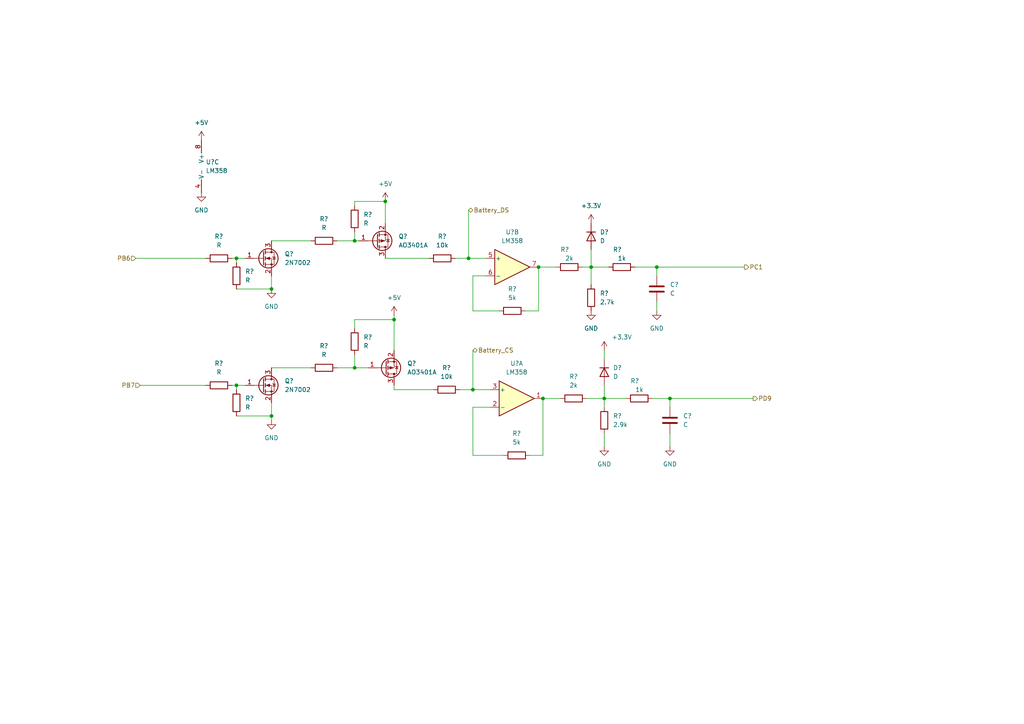
<source format=kicad_sch>
(kicad_sch (version 20211123) (generator eeschema)

  (uuid 79e470b7-da69-4959-ab8c-5b090825b622)

  (paper "A4")

  (lib_symbols
    (symbol "Amplifier_Operational:LM358" (pin_names (offset 0.127)) (in_bom yes) (on_board yes)
      (property "Reference" "U" (id 0) (at 0 5.08 0)
        (effects (font (size 1.27 1.27)) (justify left))
      )
      (property "Value" "LM358" (id 1) (at 0 -5.08 0)
        (effects (font (size 1.27 1.27)) (justify left))
      )
      (property "Footprint" "" (id 2) (at 0 0 0)
        (effects (font (size 1.27 1.27)) hide)
      )
      (property "Datasheet" "http://www.ti.com/lit/ds/symlink/lm2904-n.pdf" (id 3) (at 0 0 0)
        (effects (font (size 1.27 1.27)) hide)
      )
      (property "ki_locked" "" (id 4) (at 0 0 0)
        (effects (font (size 1.27 1.27)))
      )
      (property "ki_keywords" "dual opamp" (id 5) (at 0 0 0)
        (effects (font (size 1.27 1.27)) hide)
      )
      (property "ki_description" "Low-Power, Dual Operational Amplifiers, DIP-8/SOIC-8/TO-99-8" (id 6) (at 0 0 0)
        (effects (font (size 1.27 1.27)) hide)
      )
      (property "ki_fp_filters" "SOIC*3.9x4.9mm*P1.27mm* DIP*W7.62mm* TO*99* OnSemi*Micro8* TSSOP*3x3mm*P0.65mm* TSSOP*4.4x3mm*P0.65mm* MSOP*3x3mm*P0.65mm* SSOP*3.9x4.9mm*P0.635mm* LFCSP*2x2mm*P0.5mm* *SIP* SOIC*5.3x6.2mm*P1.27mm*" (id 7) (at 0 0 0)
        (effects (font (size 1.27 1.27)) hide)
      )
      (symbol "LM358_1_1"
        (polyline
          (pts
            (xy -5.08 5.08)
            (xy 5.08 0)
            (xy -5.08 -5.08)
            (xy -5.08 5.08)
          )
          (stroke (width 0.254) (type default) (color 0 0 0 0))
          (fill (type background))
        )
        (pin output line (at 7.62 0 180) (length 2.54)
          (name "~" (effects (font (size 1.27 1.27))))
          (number "1" (effects (font (size 1.27 1.27))))
        )
        (pin input line (at -7.62 -2.54 0) (length 2.54)
          (name "-" (effects (font (size 1.27 1.27))))
          (number "2" (effects (font (size 1.27 1.27))))
        )
        (pin input line (at -7.62 2.54 0) (length 2.54)
          (name "+" (effects (font (size 1.27 1.27))))
          (number "3" (effects (font (size 1.27 1.27))))
        )
      )
      (symbol "LM358_2_1"
        (polyline
          (pts
            (xy -5.08 5.08)
            (xy 5.08 0)
            (xy -5.08 -5.08)
            (xy -5.08 5.08)
          )
          (stroke (width 0.254) (type default) (color 0 0 0 0))
          (fill (type background))
        )
        (pin input line (at -7.62 2.54 0) (length 2.54)
          (name "+" (effects (font (size 1.27 1.27))))
          (number "5" (effects (font (size 1.27 1.27))))
        )
        (pin input line (at -7.62 -2.54 0) (length 2.54)
          (name "-" (effects (font (size 1.27 1.27))))
          (number "6" (effects (font (size 1.27 1.27))))
        )
        (pin output line (at 7.62 0 180) (length 2.54)
          (name "~" (effects (font (size 1.27 1.27))))
          (number "7" (effects (font (size 1.27 1.27))))
        )
      )
      (symbol "LM358_3_1"
        (pin power_in line (at -2.54 -7.62 90) (length 3.81)
          (name "V-" (effects (font (size 1.27 1.27))))
          (number "4" (effects (font (size 1.27 1.27))))
        )
        (pin power_in line (at -2.54 7.62 270) (length 3.81)
          (name "V+" (effects (font (size 1.27 1.27))))
          (number "8" (effects (font (size 1.27 1.27))))
        )
      )
    )
    (symbol "Device:C" (pin_numbers hide) (pin_names (offset 0.254)) (in_bom yes) (on_board yes)
      (property "Reference" "C" (id 0) (at 0.635 2.54 0)
        (effects (font (size 1.27 1.27)) (justify left))
      )
      (property "Value" "C" (id 1) (at 0.635 -2.54 0)
        (effects (font (size 1.27 1.27)) (justify left))
      )
      (property "Footprint" "" (id 2) (at 0.9652 -3.81 0)
        (effects (font (size 1.27 1.27)) hide)
      )
      (property "Datasheet" "~" (id 3) (at 0 0 0)
        (effects (font (size 1.27 1.27)) hide)
      )
      (property "ki_keywords" "cap capacitor" (id 4) (at 0 0 0)
        (effects (font (size 1.27 1.27)) hide)
      )
      (property "ki_description" "Unpolarized capacitor" (id 5) (at 0 0 0)
        (effects (font (size 1.27 1.27)) hide)
      )
      (property "ki_fp_filters" "C_*" (id 6) (at 0 0 0)
        (effects (font (size 1.27 1.27)) hide)
      )
      (symbol "C_0_1"
        (polyline
          (pts
            (xy -2.032 -0.762)
            (xy 2.032 -0.762)
          )
          (stroke (width 0.508) (type default) (color 0 0 0 0))
          (fill (type none))
        )
        (polyline
          (pts
            (xy -2.032 0.762)
            (xy 2.032 0.762)
          )
          (stroke (width 0.508) (type default) (color 0 0 0 0))
          (fill (type none))
        )
      )
      (symbol "C_1_1"
        (pin passive line (at 0 3.81 270) (length 2.794)
          (name "~" (effects (font (size 1.27 1.27))))
          (number "1" (effects (font (size 1.27 1.27))))
        )
        (pin passive line (at 0 -3.81 90) (length 2.794)
          (name "~" (effects (font (size 1.27 1.27))))
          (number "2" (effects (font (size 1.27 1.27))))
        )
      )
    )
    (symbol "Device:D" (pin_numbers hide) (pin_names (offset 1.016) hide) (in_bom yes) (on_board yes)
      (property "Reference" "D" (id 0) (at 0 2.54 0)
        (effects (font (size 1.27 1.27)))
      )
      (property "Value" "D" (id 1) (at 0 -2.54 0)
        (effects (font (size 1.27 1.27)))
      )
      (property "Footprint" "" (id 2) (at 0 0 0)
        (effects (font (size 1.27 1.27)) hide)
      )
      (property "Datasheet" "~" (id 3) (at 0 0 0)
        (effects (font (size 1.27 1.27)) hide)
      )
      (property "ki_keywords" "diode" (id 4) (at 0 0 0)
        (effects (font (size 1.27 1.27)) hide)
      )
      (property "ki_description" "Diode" (id 5) (at 0 0 0)
        (effects (font (size 1.27 1.27)) hide)
      )
      (property "ki_fp_filters" "TO-???* *_Diode_* *SingleDiode* D_*" (id 6) (at 0 0 0)
        (effects (font (size 1.27 1.27)) hide)
      )
      (symbol "D_0_1"
        (polyline
          (pts
            (xy -1.27 1.27)
            (xy -1.27 -1.27)
          )
          (stroke (width 0.254) (type default) (color 0 0 0 0))
          (fill (type none))
        )
        (polyline
          (pts
            (xy 1.27 0)
            (xy -1.27 0)
          )
          (stroke (width 0) (type default) (color 0 0 0 0))
          (fill (type none))
        )
        (polyline
          (pts
            (xy 1.27 1.27)
            (xy 1.27 -1.27)
            (xy -1.27 0)
            (xy 1.27 1.27)
          )
          (stroke (width 0.254) (type default) (color 0 0 0 0))
          (fill (type none))
        )
      )
      (symbol "D_1_1"
        (pin passive line (at -3.81 0 0) (length 2.54)
          (name "K" (effects (font (size 1.27 1.27))))
          (number "1" (effects (font (size 1.27 1.27))))
        )
        (pin passive line (at 3.81 0 180) (length 2.54)
          (name "A" (effects (font (size 1.27 1.27))))
          (number "2" (effects (font (size 1.27 1.27))))
        )
      )
    )
    (symbol "Device:R" (pin_numbers hide) (pin_names (offset 0)) (in_bom yes) (on_board yes)
      (property "Reference" "R" (id 0) (at 2.032 0 90)
        (effects (font (size 1.27 1.27)))
      )
      (property "Value" "R" (id 1) (at 0 0 90)
        (effects (font (size 1.27 1.27)))
      )
      (property "Footprint" "" (id 2) (at -1.778 0 90)
        (effects (font (size 1.27 1.27)) hide)
      )
      (property "Datasheet" "~" (id 3) (at 0 0 0)
        (effects (font (size 1.27 1.27)) hide)
      )
      (property "ki_keywords" "R res resistor" (id 4) (at 0 0 0)
        (effects (font (size 1.27 1.27)) hide)
      )
      (property "ki_description" "Resistor" (id 5) (at 0 0 0)
        (effects (font (size 1.27 1.27)) hide)
      )
      (property "ki_fp_filters" "R_*" (id 6) (at 0 0 0)
        (effects (font (size 1.27 1.27)) hide)
      )
      (symbol "R_0_1"
        (rectangle (start -1.016 -2.54) (end 1.016 2.54)
          (stroke (width 0.254) (type default) (color 0 0 0 0))
          (fill (type none))
        )
      )
      (symbol "R_1_1"
        (pin passive line (at 0 3.81 270) (length 1.27)
          (name "~" (effects (font (size 1.27 1.27))))
          (number "1" (effects (font (size 1.27 1.27))))
        )
        (pin passive line (at 0 -3.81 90) (length 1.27)
          (name "~" (effects (font (size 1.27 1.27))))
          (number "2" (effects (font (size 1.27 1.27))))
        )
      )
    )
    (symbol "Transistor_FET:2N7002" (pin_names hide) (in_bom yes) (on_board yes)
      (property "Reference" "Q" (id 0) (at 5.08 1.905 0)
        (effects (font (size 1.27 1.27)) (justify left))
      )
      (property "Value" "2N7002" (id 1) (at 5.08 0 0)
        (effects (font (size 1.27 1.27)) (justify left))
      )
      (property "Footprint" "Package_TO_SOT_SMD:SOT-23" (id 2) (at 5.08 -1.905 0)
        (effects (font (size 1.27 1.27) italic) (justify left) hide)
      )
      (property "Datasheet" "https://www.onsemi.com/pub/Collateral/NDS7002A-D.PDF" (id 3) (at 0 0 0)
        (effects (font (size 1.27 1.27)) (justify left) hide)
      )
      (property "ki_keywords" "N-Channel Switching MOSFET" (id 4) (at 0 0 0)
        (effects (font (size 1.27 1.27)) hide)
      )
      (property "ki_description" "0.115A Id, 60V Vds, N-Channel MOSFET, SOT-23" (id 5) (at 0 0 0)
        (effects (font (size 1.27 1.27)) hide)
      )
      (property "ki_fp_filters" "SOT?23*" (id 6) (at 0 0 0)
        (effects (font (size 1.27 1.27)) hide)
      )
      (symbol "2N7002_0_1"
        (polyline
          (pts
            (xy 0.254 0)
            (xy -2.54 0)
          )
          (stroke (width 0) (type default) (color 0 0 0 0))
          (fill (type none))
        )
        (polyline
          (pts
            (xy 0.254 1.905)
            (xy 0.254 -1.905)
          )
          (stroke (width 0.254) (type default) (color 0 0 0 0))
          (fill (type none))
        )
        (polyline
          (pts
            (xy 0.762 -1.27)
            (xy 0.762 -2.286)
          )
          (stroke (width 0.254) (type default) (color 0 0 0 0))
          (fill (type none))
        )
        (polyline
          (pts
            (xy 0.762 0.508)
            (xy 0.762 -0.508)
          )
          (stroke (width 0.254) (type default) (color 0 0 0 0))
          (fill (type none))
        )
        (polyline
          (pts
            (xy 0.762 2.286)
            (xy 0.762 1.27)
          )
          (stroke (width 0.254) (type default) (color 0 0 0 0))
          (fill (type none))
        )
        (polyline
          (pts
            (xy 2.54 2.54)
            (xy 2.54 1.778)
          )
          (stroke (width 0) (type default) (color 0 0 0 0))
          (fill (type none))
        )
        (polyline
          (pts
            (xy 2.54 -2.54)
            (xy 2.54 0)
            (xy 0.762 0)
          )
          (stroke (width 0) (type default) (color 0 0 0 0))
          (fill (type none))
        )
        (polyline
          (pts
            (xy 0.762 -1.778)
            (xy 3.302 -1.778)
            (xy 3.302 1.778)
            (xy 0.762 1.778)
          )
          (stroke (width 0) (type default) (color 0 0 0 0))
          (fill (type none))
        )
        (polyline
          (pts
            (xy 1.016 0)
            (xy 2.032 0.381)
            (xy 2.032 -0.381)
            (xy 1.016 0)
          )
          (stroke (width 0) (type default) (color 0 0 0 0))
          (fill (type outline))
        )
        (polyline
          (pts
            (xy 2.794 0.508)
            (xy 2.921 0.381)
            (xy 3.683 0.381)
            (xy 3.81 0.254)
          )
          (stroke (width 0) (type default) (color 0 0 0 0))
          (fill (type none))
        )
        (polyline
          (pts
            (xy 3.302 0.381)
            (xy 2.921 -0.254)
            (xy 3.683 -0.254)
            (xy 3.302 0.381)
          )
          (stroke (width 0) (type default) (color 0 0 0 0))
          (fill (type none))
        )
        (circle (center 1.651 0) (radius 2.794)
          (stroke (width 0.254) (type default) (color 0 0 0 0))
          (fill (type none))
        )
        (circle (center 2.54 -1.778) (radius 0.254)
          (stroke (width 0) (type default) (color 0 0 0 0))
          (fill (type outline))
        )
        (circle (center 2.54 1.778) (radius 0.254)
          (stroke (width 0) (type default) (color 0 0 0 0))
          (fill (type outline))
        )
      )
      (symbol "2N7002_1_1"
        (pin input line (at -5.08 0 0) (length 2.54)
          (name "G" (effects (font (size 1.27 1.27))))
          (number "1" (effects (font (size 1.27 1.27))))
        )
        (pin passive line (at 2.54 -5.08 90) (length 2.54)
          (name "S" (effects (font (size 1.27 1.27))))
          (number "2" (effects (font (size 1.27 1.27))))
        )
        (pin passive line (at 2.54 5.08 270) (length 2.54)
          (name "D" (effects (font (size 1.27 1.27))))
          (number "3" (effects (font (size 1.27 1.27))))
        )
      )
    )
    (symbol "Transistor_FET:AO3401A" (pin_names hide) (in_bom yes) (on_board yes)
      (property "Reference" "Q" (id 0) (at 5.08 1.905 0)
        (effects (font (size 1.27 1.27)) (justify left))
      )
      (property "Value" "AO3401A" (id 1) (at 5.08 0 0)
        (effects (font (size 1.27 1.27)) (justify left))
      )
      (property "Footprint" "Package_TO_SOT_SMD:SOT-23" (id 2) (at 5.08 -1.905 0)
        (effects (font (size 1.27 1.27) italic) (justify left) hide)
      )
      (property "Datasheet" "http://www.aosmd.com/pdfs/datasheet/AO3401A.pdf" (id 3) (at 0 0 0)
        (effects (font (size 1.27 1.27)) (justify left) hide)
      )
      (property "ki_keywords" "P-Channel MOSFET" (id 4) (at 0 0 0)
        (effects (font (size 1.27 1.27)) hide)
      )
      (property "ki_description" "-4.0A Id, -30V Vds, P-Channel MOSFET, SOT-23" (id 5) (at 0 0 0)
        (effects (font (size 1.27 1.27)) hide)
      )
      (property "ki_fp_filters" "SOT?23*" (id 6) (at 0 0 0)
        (effects (font (size 1.27 1.27)) hide)
      )
      (symbol "AO3401A_0_1"
        (polyline
          (pts
            (xy 0.254 0)
            (xy -2.54 0)
          )
          (stroke (width 0) (type default) (color 0 0 0 0))
          (fill (type none))
        )
        (polyline
          (pts
            (xy 0.254 1.905)
            (xy 0.254 -1.905)
          )
          (stroke (width 0.254) (type default) (color 0 0 0 0))
          (fill (type none))
        )
        (polyline
          (pts
            (xy 0.762 -1.27)
            (xy 0.762 -2.286)
          )
          (stroke (width 0.254) (type default) (color 0 0 0 0))
          (fill (type none))
        )
        (polyline
          (pts
            (xy 0.762 0.508)
            (xy 0.762 -0.508)
          )
          (stroke (width 0.254) (type default) (color 0 0 0 0))
          (fill (type none))
        )
        (polyline
          (pts
            (xy 0.762 2.286)
            (xy 0.762 1.27)
          )
          (stroke (width 0.254) (type default) (color 0 0 0 0))
          (fill (type none))
        )
        (polyline
          (pts
            (xy 2.54 2.54)
            (xy 2.54 1.778)
          )
          (stroke (width 0) (type default) (color 0 0 0 0))
          (fill (type none))
        )
        (polyline
          (pts
            (xy 2.54 -2.54)
            (xy 2.54 0)
            (xy 0.762 0)
          )
          (stroke (width 0) (type default) (color 0 0 0 0))
          (fill (type none))
        )
        (polyline
          (pts
            (xy 0.762 1.778)
            (xy 3.302 1.778)
            (xy 3.302 -1.778)
            (xy 0.762 -1.778)
          )
          (stroke (width 0) (type default) (color 0 0 0 0))
          (fill (type none))
        )
        (polyline
          (pts
            (xy 2.286 0)
            (xy 1.27 0.381)
            (xy 1.27 -0.381)
            (xy 2.286 0)
          )
          (stroke (width 0) (type default) (color 0 0 0 0))
          (fill (type outline))
        )
        (polyline
          (pts
            (xy 2.794 -0.508)
            (xy 2.921 -0.381)
            (xy 3.683 -0.381)
            (xy 3.81 -0.254)
          )
          (stroke (width 0) (type default) (color 0 0 0 0))
          (fill (type none))
        )
        (polyline
          (pts
            (xy 3.302 -0.381)
            (xy 2.921 0.254)
            (xy 3.683 0.254)
            (xy 3.302 -0.381)
          )
          (stroke (width 0) (type default) (color 0 0 0 0))
          (fill (type none))
        )
        (circle (center 1.651 0) (radius 2.794)
          (stroke (width 0.254) (type default) (color 0 0 0 0))
          (fill (type none))
        )
        (circle (center 2.54 -1.778) (radius 0.254)
          (stroke (width 0) (type default) (color 0 0 0 0))
          (fill (type outline))
        )
        (circle (center 2.54 1.778) (radius 0.254)
          (stroke (width 0) (type default) (color 0 0 0 0))
          (fill (type outline))
        )
      )
      (symbol "AO3401A_1_1"
        (pin input line (at -5.08 0 0) (length 2.54)
          (name "G" (effects (font (size 1.27 1.27))))
          (number "1" (effects (font (size 1.27 1.27))))
        )
        (pin passive line (at 2.54 -5.08 90) (length 2.54)
          (name "S" (effects (font (size 1.27 1.27))))
          (number "2" (effects (font (size 1.27 1.27))))
        )
        (pin passive line (at 2.54 5.08 270) (length 2.54)
          (name "D" (effects (font (size 1.27 1.27))))
          (number "3" (effects (font (size 1.27 1.27))))
        )
      )
    )
    (symbol "power:+3.3V" (power) (pin_names (offset 0)) (in_bom yes) (on_board yes)
      (property "Reference" "#PWR" (id 0) (at 0 -3.81 0)
        (effects (font (size 1.27 1.27)) hide)
      )
      (property "Value" "+3.3V" (id 1) (at 0 3.556 0)
        (effects (font (size 1.27 1.27)))
      )
      (property "Footprint" "" (id 2) (at 0 0 0)
        (effects (font (size 1.27 1.27)) hide)
      )
      (property "Datasheet" "" (id 3) (at 0 0 0)
        (effects (font (size 1.27 1.27)) hide)
      )
      (property "ki_keywords" "power-flag" (id 4) (at 0 0 0)
        (effects (font (size 1.27 1.27)) hide)
      )
      (property "ki_description" "Power symbol creates a global label with name \"+3.3V\"" (id 5) (at 0 0 0)
        (effects (font (size 1.27 1.27)) hide)
      )
      (symbol "+3.3V_0_1"
        (polyline
          (pts
            (xy -0.762 1.27)
            (xy 0 2.54)
          )
          (stroke (width 0) (type default) (color 0 0 0 0))
          (fill (type none))
        )
        (polyline
          (pts
            (xy 0 0)
            (xy 0 2.54)
          )
          (stroke (width 0) (type default) (color 0 0 0 0))
          (fill (type none))
        )
        (polyline
          (pts
            (xy 0 2.54)
            (xy 0.762 1.27)
          )
          (stroke (width 0) (type default) (color 0 0 0 0))
          (fill (type none))
        )
      )
      (symbol "+3.3V_1_1"
        (pin power_in line (at 0 0 90) (length 0) hide
          (name "+3.3V" (effects (font (size 1.27 1.27))))
          (number "1" (effects (font (size 1.27 1.27))))
        )
      )
    )
    (symbol "power:+5V" (power) (pin_names (offset 0)) (in_bom yes) (on_board yes)
      (property "Reference" "#PWR" (id 0) (at 0 -3.81 0)
        (effects (font (size 1.27 1.27)) hide)
      )
      (property "Value" "+5V" (id 1) (at 0 3.556 0)
        (effects (font (size 1.27 1.27)))
      )
      (property "Footprint" "" (id 2) (at 0 0 0)
        (effects (font (size 1.27 1.27)) hide)
      )
      (property "Datasheet" "" (id 3) (at 0 0 0)
        (effects (font (size 1.27 1.27)) hide)
      )
      (property "ki_keywords" "power-flag" (id 4) (at 0 0 0)
        (effects (font (size 1.27 1.27)) hide)
      )
      (property "ki_description" "Power symbol creates a global label with name \"+5V\"" (id 5) (at 0 0 0)
        (effects (font (size 1.27 1.27)) hide)
      )
      (symbol "+5V_0_1"
        (polyline
          (pts
            (xy -0.762 1.27)
            (xy 0 2.54)
          )
          (stroke (width 0) (type default) (color 0 0 0 0))
          (fill (type none))
        )
        (polyline
          (pts
            (xy 0 0)
            (xy 0 2.54)
          )
          (stroke (width 0) (type default) (color 0 0 0 0))
          (fill (type none))
        )
        (polyline
          (pts
            (xy 0 2.54)
            (xy 0.762 1.27)
          )
          (stroke (width 0) (type default) (color 0 0 0 0))
          (fill (type none))
        )
      )
      (symbol "+5V_1_1"
        (pin power_in line (at 0 0 90) (length 0) hide
          (name "+5V" (effects (font (size 1.27 1.27))))
          (number "1" (effects (font (size 1.27 1.27))))
        )
      )
    )
    (symbol "power:GND" (power) (pin_names (offset 0)) (in_bom yes) (on_board yes)
      (property "Reference" "#PWR" (id 0) (at 0 -6.35 0)
        (effects (font (size 1.27 1.27)) hide)
      )
      (property "Value" "GND" (id 1) (at 0 -3.81 0)
        (effects (font (size 1.27 1.27)))
      )
      (property "Footprint" "" (id 2) (at 0 0 0)
        (effects (font (size 1.27 1.27)) hide)
      )
      (property "Datasheet" "" (id 3) (at 0 0 0)
        (effects (font (size 1.27 1.27)) hide)
      )
      (property "ki_keywords" "power-flag" (id 4) (at 0 0 0)
        (effects (font (size 1.27 1.27)) hide)
      )
      (property "ki_description" "Power symbol creates a global label with name \"GND\" , ground" (id 5) (at 0 0 0)
        (effects (font (size 1.27 1.27)) hide)
      )
      (symbol "GND_0_1"
        (polyline
          (pts
            (xy 0 0)
            (xy 0 -1.27)
            (xy 1.27 -1.27)
            (xy 0 -2.54)
            (xy -1.27 -1.27)
            (xy 0 -1.27)
          )
          (stroke (width 0) (type default) (color 0 0 0 0))
          (fill (type none))
        )
      )
      (symbol "GND_1_1"
        (pin power_in line (at 0 0 270) (length 0) hide
          (name "GND" (effects (font (size 1.27 1.27))))
          (number "1" (effects (font (size 1.27 1.27))))
        )
      )
    )
  )

  (junction (at 68.58 111.76) (diameter 0) (color 0 0 0 0)
    (uuid 10cc23ec-abb4-4b03-acfe-a61b996ecaec)
  )
  (junction (at 102.87 106.68) (diameter 0) (color 0 0 0 0)
    (uuid 1e55b3be-df54-4e8f-8626-73781e69cf78)
  )
  (junction (at 135.89 74.93) (diameter 0) (color 0 0 0 0)
    (uuid 27ea67d2-b411-473d-ac70-2305f2dcc233)
  )
  (junction (at 68.58 74.93) (diameter 0) (color 0 0 0 0)
    (uuid 309c56c5-0b7a-4cae-a602-4154f954ba60)
  )
  (junction (at 175.26 115.57) (diameter 0) (color 0 0 0 0)
    (uuid 47410617-8b25-4c67-bea3-26c114460665)
  )
  (junction (at 194.31 115.57) (diameter 0) (color 0 0 0 0)
    (uuid 55f42637-b62f-42cb-aa77-dd452fb4685c)
  )
  (junction (at 171.45 77.47) (diameter 0) (color 0 0 0 0)
    (uuid 587b860f-31fb-4fae-99b0-836be031a49d)
  )
  (junction (at 137.16 113.03) (diameter 0) (color 0 0 0 0)
    (uuid 5aceb079-a1a6-498d-a439-71e665328117)
  )
  (junction (at 190.5 77.47) (diameter 0) (color 0 0 0 0)
    (uuid 5b1c5b6e-5696-4339-ac4e-a9d9653865fc)
  )
  (junction (at 102.87 69.85) (diameter 0) (color 0 0 0 0)
    (uuid 63bd842a-7cd7-44b3-9c6d-7fdf6d54633b)
  )
  (junction (at 111.76 58.42) (diameter 0) (color 0 0 0 0)
    (uuid 7321a9d4-52ba-4304-b7c0-a84602124181)
  )
  (junction (at 156.21 77.47) (diameter 0) (color 0 0 0 0)
    (uuid 8351a769-d3cd-442f-8918-7fda401b56be)
  )
  (junction (at 78.74 120.65) (diameter 0) (color 0 0 0 0)
    (uuid a5df1c5d-44e8-4a84-9e16-1b5737afbcc3)
  )
  (junction (at 78.74 83.82) (diameter 0) (color 0 0 0 0)
    (uuid b26d4d8f-9f1a-4cbf-808b-1aa3419e03d8)
  )
  (junction (at 114.3 92.71) (diameter 0) (color 0 0 0 0)
    (uuid dba34332-e5a8-4520-9f34-fd7e1246b050)
  )
  (junction (at 157.48 115.57) (diameter 0) (color 0 0 0 0)
    (uuid ec953c2d-8410-428e-8944-26ca68c68ca1)
  )

  (wire (pts (xy 68.58 83.82) (xy 78.74 83.82))
    (stroke (width 0) (type default) (color 0 0 0 0))
    (uuid 0010d26d-f64b-4cbe-a69b-af866f40cb1b)
  )
  (wire (pts (xy 102.87 67.31) (xy 102.87 69.85))
    (stroke (width 0) (type default) (color 0 0 0 0))
    (uuid 01d553be-b20f-4fc5-b018-a74ffb74572c)
  )
  (wire (pts (xy 168.91 77.47) (xy 171.45 77.47))
    (stroke (width 0) (type default) (color 0 0 0 0))
    (uuid 03b74e4b-dc3b-4958-9a02-00ed5c853566)
  )
  (wire (pts (xy 156.21 77.47) (xy 161.29 77.47))
    (stroke (width 0) (type default) (color 0 0 0 0))
    (uuid 0f7f4ba1-3141-48ab-8be3-6e2595535e02)
  )
  (wire (pts (xy 104.14 69.85) (xy 102.87 69.85))
    (stroke (width 0) (type default) (color 0 0 0 0))
    (uuid 16d6550d-4cf7-4b22-9004-50c89eace160)
  )
  (wire (pts (xy 68.58 120.65) (xy 78.74 120.65))
    (stroke (width 0) (type default) (color 0 0 0 0))
    (uuid 1abffcba-ca48-4a80-bd38-e0d0c592fe3a)
  )
  (wire (pts (xy 114.3 92.71) (xy 114.3 91.44))
    (stroke (width 0) (type default) (color 0 0 0 0))
    (uuid 1e93f16d-dc31-4c86-bd79-fab0b31499f4)
  )
  (wire (pts (xy 157.48 115.57) (xy 162.56 115.57))
    (stroke (width 0) (type default) (color 0 0 0 0))
    (uuid 246fdbc6-a59d-4fa1-8c41-41f9626959ca)
  )
  (wire (pts (xy 114.3 113.03) (xy 125.73 113.03))
    (stroke (width 0) (type default) (color 0 0 0 0))
    (uuid 27e4ae16-3858-4688-99ff-900c0125aa6d)
  )
  (wire (pts (xy 97.79 69.85) (xy 102.87 69.85))
    (stroke (width 0) (type default) (color 0 0 0 0))
    (uuid 2b4166db-b000-4ade-b026-565fa7842c5b)
  )
  (wire (pts (xy 175.26 125.73) (xy 175.26 129.54))
    (stroke (width 0) (type default) (color 0 0 0 0))
    (uuid 33d8af84-d218-4243-9f3d-bddffe9d1651)
  )
  (wire (pts (xy 171.45 77.47) (xy 176.53 77.47))
    (stroke (width 0) (type default) (color 0 0 0 0))
    (uuid 35b7f019-20a9-43b7-8a30-6a8cd00b9308)
  )
  (wire (pts (xy 142.24 118.11) (xy 137.16 118.11))
    (stroke (width 0) (type default) (color 0 0 0 0))
    (uuid 36a6a39d-05b3-4d09-ac55-ed15015eeb76)
  )
  (wire (pts (xy 78.74 120.65) (xy 78.74 121.92))
    (stroke (width 0) (type default) (color 0 0 0 0))
    (uuid 3741ede7-94e9-4307-92e1-47d0f0801e88)
  )
  (wire (pts (xy 78.74 106.68) (xy 90.17 106.68))
    (stroke (width 0) (type default) (color 0 0 0 0))
    (uuid 38b8dabf-ebfa-4f75-baec-fbd0e443dd99)
  )
  (wire (pts (xy 68.58 111.76) (xy 68.58 113.03))
    (stroke (width 0) (type default) (color 0 0 0 0))
    (uuid 3944d4da-8581-4d7e-b20e-4e1dc6ff8ef1)
  )
  (wire (pts (xy 156.21 77.47) (xy 156.21 90.17))
    (stroke (width 0) (type default) (color 0 0 0 0))
    (uuid 3a3f6e41-8ef4-4902-a69f-620eaee31484)
  )
  (wire (pts (xy 175.26 104.14) (xy 175.26 101.6))
    (stroke (width 0) (type default) (color 0 0 0 0))
    (uuid 3e46640f-d603-46a8-b247-ec6d53d0ce0a)
  )
  (wire (pts (xy 190.5 77.47) (xy 215.9 77.47))
    (stroke (width 0) (type default) (color 0 0 0 0))
    (uuid 3f8e335f-29a1-41fb-ac1a-760b82883274)
  )
  (wire (pts (xy 68.58 111.76) (xy 71.12 111.76))
    (stroke (width 0) (type default) (color 0 0 0 0))
    (uuid 43257d77-f854-4068-8301-eed28c90fe13)
  )
  (wire (pts (xy 135.89 60.96) (xy 135.89 74.93))
    (stroke (width 0) (type default) (color 0 0 0 0))
    (uuid 4676629d-adab-455e-be26-fa4378e37d33)
  )
  (wire (pts (xy 153.67 132.08) (xy 157.48 132.08))
    (stroke (width 0) (type default) (color 0 0 0 0))
    (uuid 4e757344-0ccb-4d02-9d94-c7c522ce3ffe)
  )
  (wire (pts (xy 102.87 95.25) (xy 102.87 92.71))
    (stroke (width 0) (type default) (color 0 0 0 0))
    (uuid 51f780f3-627a-4b94-ab5b-b70c235d8b1c)
  )
  (wire (pts (xy 175.26 115.57) (xy 181.61 115.57))
    (stroke (width 0) (type default) (color 0 0 0 0))
    (uuid 5605c198-1882-4b0f-8e5b-845ef0aeb095)
  )
  (wire (pts (xy 102.87 92.71) (xy 114.3 92.71))
    (stroke (width 0) (type default) (color 0 0 0 0))
    (uuid 58175fa0-7222-4296-b493-67acd17c5be7)
  )
  (wire (pts (xy 102.87 59.69) (xy 102.87 58.42))
    (stroke (width 0) (type default) (color 0 0 0 0))
    (uuid 59e00dd6-6c3e-4dd8-88c3-a35c3b44f097)
  )
  (wire (pts (xy 106.68 106.68) (xy 102.87 106.68))
    (stroke (width 0) (type default) (color 0 0 0 0))
    (uuid 5a28d99a-06e8-4649-93de-a042fe55b0eb)
  )
  (wire (pts (xy 189.23 115.57) (xy 194.31 115.57))
    (stroke (width 0) (type default) (color 0 0 0 0))
    (uuid 5dcb0f21-9fd7-4ce2-b178-83f99c9192ed)
  )
  (wire (pts (xy 132.08 74.93) (xy 135.89 74.93))
    (stroke (width 0) (type default) (color 0 0 0 0))
    (uuid 636064cc-cc17-4404-a327-4e71b40bd2c8)
  )
  (wire (pts (xy 171.45 77.47) (xy 171.45 82.55))
    (stroke (width 0) (type default) (color 0 0 0 0))
    (uuid 6710366d-25a4-4e7f-a0db-b936dcc6479a)
  )
  (wire (pts (xy 78.74 69.85) (xy 90.17 69.85))
    (stroke (width 0) (type default) (color 0 0 0 0))
    (uuid 6737024c-7722-4336-9010-0716c471317e)
  )
  (wire (pts (xy 102.87 102.87) (xy 102.87 106.68))
    (stroke (width 0) (type default) (color 0 0 0 0))
    (uuid 69aca002-dfb9-493c-b60d-196baf9cd391)
  )
  (wire (pts (xy 175.26 111.76) (xy 175.26 115.57))
    (stroke (width 0) (type default) (color 0 0 0 0))
    (uuid 69d1c8f0-9073-4f2e-a27c-95fe80050843)
  )
  (wire (pts (xy 67.31 111.76) (xy 68.58 111.76))
    (stroke (width 0) (type default) (color 0 0 0 0))
    (uuid 6bf52870-640b-471d-ad7d-fb8b72674d4d)
  )
  (wire (pts (xy 137.16 90.17) (xy 144.78 90.17))
    (stroke (width 0) (type default) (color 0 0 0 0))
    (uuid 6fed10ff-f2a8-40aa-8982-c725e8bec9ae)
  )
  (wire (pts (xy 157.48 132.08) (xy 157.48 115.57))
    (stroke (width 0) (type default) (color 0 0 0 0))
    (uuid 74713305-fba6-419c-8d66-89dcbc1e292e)
  )
  (wire (pts (xy 133.35 113.03) (xy 137.16 113.03))
    (stroke (width 0) (type default) (color 0 0 0 0))
    (uuid 7660993c-c65a-45d4-b4dc-a135f072127b)
  )
  (wire (pts (xy 137.16 101.6) (xy 137.16 113.03))
    (stroke (width 0) (type default) (color 0 0 0 0))
    (uuid 7e1c25ba-a010-486d-94ab-fd0906f9519b)
  )
  (wire (pts (xy 97.79 106.68) (xy 102.87 106.68))
    (stroke (width 0) (type default) (color 0 0 0 0))
    (uuid 8b7c5322-0f9a-4375-97e2-1f1d6bdf2fc5)
  )
  (wire (pts (xy 111.76 74.93) (xy 124.46 74.93))
    (stroke (width 0) (type default) (color 0 0 0 0))
    (uuid 8d66dfeb-0c57-4adc-8b1e-4976baf6d1b4)
  )
  (wire (pts (xy 78.74 80.01) (xy 78.74 83.82))
    (stroke (width 0) (type default) (color 0 0 0 0))
    (uuid a5fa4cdd-7788-468d-ba9c-8f444fcae213)
  )
  (wire (pts (xy 68.58 74.93) (xy 71.12 74.93))
    (stroke (width 0) (type default) (color 0 0 0 0))
    (uuid aa88b145-9dc3-4add-9e14-c01c1b091ef4)
  )
  (wire (pts (xy 194.31 115.57) (xy 218.44 115.57))
    (stroke (width 0) (type default) (color 0 0 0 0))
    (uuid b539e495-a3ec-4ec5-8f83-fc55d06a695b)
  )
  (wire (pts (xy 111.76 58.42) (xy 111.76 64.77))
    (stroke (width 0) (type default) (color 0 0 0 0))
    (uuid b7019d90-5aea-4b71-95ed-786d6bc7a577)
  )
  (wire (pts (xy 40.64 111.76) (xy 59.69 111.76))
    (stroke (width 0) (type default) (color 0 0 0 0))
    (uuid b8de65d8-611d-4087-8bed-fb8c66c2ac79)
  )
  (wire (pts (xy 175.26 115.57) (xy 175.26 118.11))
    (stroke (width 0) (type default) (color 0 0 0 0))
    (uuid bb1d9e29-61ca-4334-97dd-3fb2c525af8b)
  )
  (wire (pts (xy 170.18 115.57) (xy 175.26 115.57))
    (stroke (width 0) (type default) (color 0 0 0 0))
    (uuid be615801-cb1a-4511-89bf-b36342d2aaef)
  )
  (wire (pts (xy 194.31 115.57) (xy 194.31 118.11))
    (stroke (width 0) (type default) (color 0 0 0 0))
    (uuid bfaab7eb-5d18-4469-a52d-921b05cc6625)
  )
  (wire (pts (xy 190.5 77.47) (xy 190.5 80.01))
    (stroke (width 0) (type default) (color 0 0 0 0))
    (uuid c1265a9d-3b6e-4c9f-ab08-6752e7dd8d20)
  )
  (wire (pts (xy 114.3 111.76) (xy 114.3 113.03))
    (stroke (width 0) (type default) (color 0 0 0 0))
    (uuid c5d99fdb-1030-4a4a-a255-0df6feec028a)
  )
  (wire (pts (xy 184.15 77.47) (xy 190.5 77.47))
    (stroke (width 0) (type default) (color 0 0 0 0))
    (uuid ce8853d5-d8e4-400d-abd4-f09ce3bd7d9c)
  )
  (wire (pts (xy 137.16 80.01) (xy 137.16 90.17))
    (stroke (width 0) (type default) (color 0 0 0 0))
    (uuid cfe05768-eaba-4566-bcc4-d5c4bb4a83c1)
  )
  (wire (pts (xy 137.16 80.01) (xy 140.97 80.01))
    (stroke (width 0) (type default) (color 0 0 0 0))
    (uuid d24c6d0f-58ea-4811-8c92-5bb02604620e)
  )
  (wire (pts (xy 39.37 74.93) (xy 59.69 74.93))
    (stroke (width 0) (type default) (color 0 0 0 0))
    (uuid d63866d7-6c0e-4783-8a14-0801a97beb09)
  )
  (wire (pts (xy 135.89 74.93) (xy 140.97 74.93))
    (stroke (width 0) (type default) (color 0 0 0 0))
    (uuid d6b33293-74ac-41f8-bb33-fd8340aaa468)
  )
  (wire (pts (xy 190.5 87.63) (xy 190.5 90.17))
    (stroke (width 0) (type default) (color 0 0 0 0))
    (uuid d920da43-004c-4d00-8dd5-17e58614da61)
  )
  (wire (pts (xy 102.87 58.42) (xy 111.76 58.42))
    (stroke (width 0) (type default) (color 0 0 0 0))
    (uuid da849101-6b9d-4970-9817-9972770ad67d)
  )
  (wire (pts (xy 67.31 74.93) (xy 68.58 74.93))
    (stroke (width 0) (type default) (color 0 0 0 0))
    (uuid dbfd818c-017d-4226-894a-537283c4e44b)
  )
  (wire (pts (xy 142.24 113.03) (xy 137.16 113.03))
    (stroke (width 0) (type default) (color 0 0 0 0))
    (uuid de1770b4-f7b9-408c-8505-aa312b07af80)
  )
  (wire (pts (xy 194.31 125.73) (xy 194.31 129.54))
    (stroke (width 0) (type default) (color 0 0 0 0))
    (uuid e0a21d40-c46d-4105-bfb7-8d309abf5295)
  )
  (wire (pts (xy 171.45 72.39) (xy 171.45 77.47))
    (stroke (width 0) (type default) (color 0 0 0 0))
    (uuid e424aafe-db11-4d99-8ec1-40c15f86f468)
  )
  (wire (pts (xy 114.3 101.6) (xy 114.3 92.71))
    (stroke (width 0) (type default) (color 0 0 0 0))
    (uuid e4f882f5-e9f2-4544-9fcc-28539b944067)
  )
  (wire (pts (xy 78.74 116.84) (xy 78.74 120.65))
    (stroke (width 0) (type default) (color 0 0 0 0))
    (uuid e7d3dfb1-54d7-46d0-86c8-721b0915e803)
  )
  (wire (pts (xy 137.16 118.11) (xy 137.16 132.08))
    (stroke (width 0) (type default) (color 0 0 0 0))
    (uuid f005b28a-c0d8-43a0-9345-638385655573)
  )
  (wire (pts (xy 68.58 76.2) (xy 68.58 74.93))
    (stroke (width 0) (type default) (color 0 0 0 0))
    (uuid f36f9e79-7645-4325-a5ea-1ada562caa35)
  )
  (wire (pts (xy 152.4 90.17) (xy 156.21 90.17))
    (stroke (width 0) (type default) (color 0 0 0 0))
    (uuid f6c329fe-5176-465a-99ee-b4bb52603d1f)
  )
  (wire (pts (xy 137.16 132.08) (xy 146.05 132.08))
    (stroke (width 0) (type default) (color 0 0 0 0))
    (uuid fa428af8-d88d-4953-9a8c-183755cb2851)
  )

  (hierarchical_label "PB7" (shape input) (at 40.64 111.76 180)
    (effects (font (size 1.27 1.27)) (justify right))
    (uuid 035da287-883a-4acf-ad70-0185269827b2)
  )
  (hierarchical_label "PD9" (shape output) (at 218.44 115.57 0)
    (effects (font (size 1.27 1.27)) (justify left))
    (uuid 2c342d0e-37be-4c29-911e-b730bab27b5e)
  )
  (hierarchical_label "Battery_DS" (shape bidirectional) (at 135.89 60.96 0)
    (effects (font (size 1.27 1.27)) (justify left))
    (uuid 511f5a20-d994-4828-bdb8-cacffcd12339)
  )
  (hierarchical_label "Battery_CS" (shape bidirectional) (at 137.16 101.6 0)
    (effects (font (size 1.27 1.27)) (justify left))
    (uuid 58749b91-30f6-45ae-af76-c2314bd5b96e)
  )
  (hierarchical_label "PC1" (shape output) (at 215.9 77.47 0)
    (effects (font (size 1.27 1.27)) (justify left))
    (uuid 6202b50f-b3d6-484d-855e-a40594521e19)
  )
  (hierarchical_label "PB6" (shape input) (at 39.37 74.93 180)
    (effects (font (size 1.27 1.27)) (justify right))
    (uuid 98a010e5-bed9-4f8c-98db-7df7a2720122)
  )

  (symbol (lib_id "Device:R") (at 171.45 86.36 0) (unit 1)
    (in_bom yes) (on_board yes) (fields_autoplaced)
    (uuid 08e928a4-45eb-47bd-8667-06524be0777d)
    (property "Reference" "R?" (id 0) (at 173.99 85.0899 0)
      (effects (font (size 1.27 1.27)) (justify left))
    )
    (property "Value" "2.7k" (id 1) (at 173.99 87.6299 0)
      (effects (font (size 1.27 1.27)) (justify left))
    )
    (property "Footprint" "" (id 2) (at 169.672 86.36 90)
      (effects (font (size 1.27 1.27)) hide)
    )
    (property "Datasheet" "~" (id 3) (at 171.45 86.36 0)
      (effects (font (size 1.27 1.27)) hide)
    )
    (pin "1" (uuid 5e8469a6-49ef-4bb1-adfc-33bb1d85ab6e))
    (pin "2" (uuid 538f5793-0146-4f98-8d00-0c663ac851ad))
  )

  (symbol (lib_id "power:GND") (at 175.26 129.54 0) (unit 1)
    (in_bom yes) (on_board yes) (fields_autoplaced)
    (uuid 0afc4c0d-f594-47f3-a4ee-b8854f710eb8)
    (property "Reference" "#PWR?" (id 0) (at 175.26 135.89 0)
      (effects (font (size 1.27 1.27)) hide)
    )
    (property "Value" "GND" (id 1) (at 175.26 134.62 0))
    (property "Footprint" "" (id 2) (at 175.26 129.54 0)
      (effects (font (size 1.27 1.27)) hide)
    )
    (property "Datasheet" "" (id 3) (at 175.26 129.54 0)
      (effects (font (size 1.27 1.27)) hide)
    )
    (pin "1" (uuid ca5631da-e8f9-4c65-99e3-5cbcb222bcf8))
  )

  (symbol (lib_id "Device:R") (at 175.26 121.92 0) (unit 1)
    (in_bom yes) (on_board yes) (fields_autoplaced)
    (uuid 11ed5889-25c1-4dd0-ba56-889aefd16cb4)
    (property "Reference" "R?" (id 0) (at 177.8 120.6499 0)
      (effects (font (size 1.27 1.27)) (justify left))
    )
    (property "Value" "2.9k" (id 1) (at 177.8 123.1899 0)
      (effects (font (size 1.27 1.27)) (justify left))
    )
    (property "Footprint" "" (id 2) (at 173.482 121.92 90)
      (effects (font (size 1.27 1.27)) hide)
    )
    (property "Datasheet" "~" (id 3) (at 175.26 121.92 0)
      (effects (font (size 1.27 1.27)) hide)
    )
    (pin "1" (uuid d689b6f4-a762-47e0-a476-06ec334f4cad))
    (pin "2" (uuid 10d374a2-e82d-4eab-b3b2-8d38fd42e29c))
  )

  (symbol (lib_id "power:GND") (at 171.45 90.17 0) (unit 1)
    (in_bom yes) (on_board yes) (fields_autoplaced)
    (uuid 14549eb9-d96a-40af-a066-712efe8a7112)
    (property "Reference" "#PWR?" (id 0) (at 171.45 96.52 0)
      (effects (font (size 1.27 1.27)) hide)
    )
    (property "Value" "GND" (id 1) (at 171.45 95.25 0))
    (property "Footprint" "" (id 2) (at 171.45 90.17 0)
      (effects (font (size 1.27 1.27)) hide)
    )
    (property "Datasheet" "" (id 3) (at 171.45 90.17 0)
      (effects (font (size 1.27 1.27)) hide)
    )
    (pin "1" (uuid 9f8fc151-9525-48e0-a032-5e8063648ab8))
  )

  (symbol (lib_id "power:+5V") (at 111.76 58.42 0) (unit 1)
    (in_bom yes) (on_board yes) (fields_autoplaced)
    (uuid 15a32296-abc0-4ca6-8784-694ef150ec57)
    (property "Reference" "#PWR?" (id 0) (at 111.76 62.23 0)
      (effects (font (size 1.27 1.27)) hide)
    )
    (property "Value" "+5V" (id 1) (at 111.76 53.34 0))
    (property "Footprint" "" (id 2) (at 111.76 58.42 0)
      (effects (font (size 1.27 1.27)) hide)
    )
    (property "Datasheet" "" (id 3) (at 111.76 58.42 0)
      (effects (font (size 1.27 1.27)) hide)
    )
    (pin "1" (uuid 47343dba-335a-4ba1-9659-5e62603008d1))
  )

  (symbol (lib_id "Device:R") (at 128.27 74.93 90) (unit 1)
    (in_bom yes) (on_board yes) (fields_autoplaced)
    (uuid 1df3da59-a7d3-42ef-8bd7-92663a4feac0)
    (property "Reference" "R?" (id 0) (at 128.27 68.58 90))
    (property "Value" "10k" (id 1) (at 128.27 71.12 90))
    (property "Footprint" "" (id 2) (at 128.27 76.708 90)
      (effects (font (size 1.27 1.27)) hide)
    )
    (property "Datasheet" "~" (id 3) (at 128.27 74.93 0)
      (effects (font (size 1.27 1.27)) hide)
    )
    (pin "1" (uuid 188b1c79-8226-4ecc-ac49-0b693e940d2b))
    (pin "2" (uuid 96fcfb2d-b483-424b-a048-be3236b67c9e))
  )

  (symbol (lib_id "Device:R") (at 165.1 77.47 90) (unit 1)
    (in_bom yes) (on_board yes)
    (uuid 38b1921c-c7e8-4a04-b661-004832c06f48)
    (property "Reference" "R?" (id 0) (at 165.1 72.39 90)
      (effects (font (size 1.27 1.27)) (justify left))
    )
    (property "Value" "2k" (id 1) (at 166.3699 74.93 90)
      (effects (font (size 1.27 1.27)) (justify left))
    )
    (property "Footprint" "" (id 2) (at 165.1 79.248 90)
      (effects (font (size 1.27 1.27)) hide)
    )
    (property "Datasheet" "~" (id 3) (at 165.1 77.47 0)
      (effects (font (size 1.27 1.27)) hide)
    )
    (pin "1" (uuid 6266cd59-5f82-4549-bfc3-d0b91e4f4e21))
    (pin "2" (uuid e0d5947d-d850-4b02-9076-ddddfcd3198a))
  )

  (symbol (lib_id "power:+3.3V") (at 171.45 64.77 0) (unit 1)
    (in_bom yes) (on_board yes) (fields_autoplaced)
    (uuid 3e3298eb-5b8a-41b9-9387-f4ecd8224f86)
    (property "Reference" "#PWR?" (id 0) (at 171.45 68.58 0)
      (effects (font (size 1.27 1.27)) hide)
    )
    (property "Value" "+3.3V" (id 1) (at 171.45 59.69 0))
    (property "Footprint" "" (id 2) (at 171.45 64.77 0)
      (effects (font (size 1.27 1.27)) hide)
    )
    (property "Datasheet" "" (id 3) (at 171.45 64.77 0)
      (effects (font (size 1.27 1.27)) hide)
    )
    (pin "1" (uuid ff9bf9e5-5697-4bfc-a1d1-52cf2881e37b))
  )

  (symbol (lib_id "Device:R") (at 148.59 90.17 90) (unit 1)
    (in_bom yes) (on_board yes)
    (uuid 41cc15df-eb98-432b-af6c-133286716c87)
    (property "Reference" "R?" (id 0) (at 148.59 83.82 90))
    (property "Value" "5k" (id 1) (at 148.59 86.36 90))
    (property "Footprint" "" (id 2) (at 148.59 91.948 90)
      (effects (font (size 1.27 1.27)) hide)
    )
    (property "Datasheet" "~" (id 3) (at 148.59 90.17 0)
      (effects (font (size 1.27 1.27)) hide)
    )
    (pin "1" (uuid f3393a77-9a3e-4873-b5d6-9033709fcad4))
    (pin "2" (uuid a598db26-c84f-4dba-907d-f821608a439f))
  )

  (symbol (lib_id "Device:R") (at 93.98 69.85 270) (unit 1)
    (in_bom yes) (on_board yes) (fields_autoplaced)
    (uuid 4418639d-9946-47a8-be9f-d4b432bf9bd7)
    (property "Reference" "R?" (id 0) (at 93.98 63.5 90))
    (property "Value" "R" (id 1) (at 93.98 66.04 90))
    (property "Footprint" "" (id 2) (at 93.98 68.072 90)
      (effects (font (size 1.27 1.27)) hide)
    )
    (property "Datasheet" "~" (id 3) (at 93.98 69.85 0)
      (effects (font (size 1.27 1.27)) hide)
    )
    (pin "1" (uuid fb9a4aab-c4fe-46ba-822f-de2d3ddb5bc4))
    (pin "2" (uuid d4289c2b-e9d1-4571-b127-23550f209a75))
  )

  (symbol (lib_id "Transistor_FET:AO3401A") (at 109.22 69.85 0) (mirror x) (unit 1)
    (in_bom yes) (on_board yes) (fields_autoplaced)
    (uuid 49209ef5-1388-4140-a246-976da993833b)
    (property "Reference" "Q?" (id 0) (at 115.57 68.5799 0)
      (effects (font (size 1.27 1.27)) (justify left))
    )
    (property "Value" "AO3401A" (id 1) (at 115.57 71.1199 0)
      (effects (font (size 1.27 1.27)) (justify left))
    )
    (property "Footprint" "Package_TO_SOT_SMD:SOT-23" (id 2) (at 114.3 67.945 0)
      (effects (font (size 1.27 1.27) italic) (justify left) hide)
    )
    (property "Datasheet" "http://www.aosmd.com/pdfs/datasheet/AO3401A.pdf" (id 3) (at 109.22 69.85 0)
      (effects (font (size 1.27 1.27)) (justify left) hide)
    )
    (pin "1" (uuid 33595937-b2ca-4073-8281-dc1cefe4f8be))
    (pin "2" (uuid 2bd95ed5-e2d6-4951-8d6c-92cd2668190e))
    (pin "3" (uuid 4256bc2e-098b-4b70-99ca-5a24d805e55d))
  )

  (symbol (lib_id "Device:C") (at 194.31 121.92 0) (unit 1)
    (in_bom yes) (on_board yes) (fields_autoplaced)
    (uuid 4ccb05cf-b600-4727-be9e-9b64ff623420)
    (property "Reference" "C?" (id 0) (at 198.12 120.6499 0)
      (effects (font (size 1.27 1.27)) (justify left))
    )
    (property "Value" "C" (id 1) (at 198.12 123.1899 0)
      (effects (font (size 1.27 1.27)) (justify left))
    )
    (property "Footprint" "" (id 2) (at 195.2752 125.73 0)
      (effects (font (size 1.27 1.27)) hide)
    )
    (property "Datasheet" "~" (id 3) (at 194.31 121.92 0)
      (effects (font (size 1.27 1.27)) hide)
    )
    (pin "1" (uuid 367aa72e-e9d7-4233-8ba2-d0d3c8ef784a))
    (pin "2" (uuid c4eb2478-7ffa-4cd4-bbda-5e6a6e38e9ff))
  )

  (symbol (lib_id "Device:R") (at 93.98 106.68 270) (unit 1)
    (in_bom yes) (on_board yes) (fields_autoplaced)
    (uuid 50eacd12-1472-4998-a6bc-74638679a2a4)
    (property "Reference" "R?" (id 0) (at 93.98 100.33 90))
    (property "Value" "R" (id 1) (at 93.98 102.87 90))
    (property "Footprint" "" (id 2) (at 93.98 104.902 90)
      (effects (font (size 1.27 1.27)) hide)
    )
    (property "Datasheet" "~" (id 3) (at 93.98 106.68 0)
      (effects (font (size 1.27 1.27)) hide)
    )
    (pin "1" (uuid 1473114a-3550-4365-a5ed-0c491cf36ee0))
    (pin "2" (uuid befeb1bf-7f34-430a-a4f7-f9c20b8f6b30))
  )

  (symbol (lib_id "power:GND") (at 78.74 121.92 0) (unit 1)
    (in_bom yes) (on_board yes) (fields_autoplaced)
    (uuid 5762bc11-fec0-49ec-8c96-f89350de5a2b)
    (property "Reference" "#PWR?" (id 0) (at 78.74 128.27 0)
      (effects (font (size 1.27 1.27)) hide)
    )
    (property "Value" "GND" (id 1) (at 78.74 127 0))
    (property "Footprint" "" (id 2) (at 78.74 121.92 0)
      (effects (font (size 1.27 1.27)) hide)
    )
    (property "Datasheet" "" (id 3) (at 78.74 121.92 0)
      (effects (font (size 1.27 1.27)) hide)
    )
    (pin "1" (uuid 3d6b6487-18d6-4f21-8cad-ca455dc11b85))
  )

  (symbol (lib_id "Device:D") (at 171.45 68.58 270) (unit 1)
    (in_bom yes) (on_board yes) (fields_autoplaced)
    (uuid 5a8da8f7-7cd3-4120-ba17-d29b69dc0bb8)
    (property "Reference" "D?" (id 0) (at 173.99 67.3099 90)
      (effects (font (size 1.27 1.27)) (justify left))
    )
    (property "Value" "D" (id 1) (at 173.99 69.8499 90)
      (effects (font (size 1.27 1.27)) (justify left))
    )
    (property "Footprint" "" (id 2) (at 171.45 68.58 0)
      (effects (font (size 1.27 1.27)) hide)
    )
    (property "Datasheet" "~" (id 3) (at 171.45 68.58 0)
      (effects (font (size 1.27 1.27)) hide)
    )
    (pin "1" (uuid 894da835-bbcb-4a12-a8c1-7ce8a0564fe8))
    (pin "2" (uuid 02eefa91-8170-4872-bd41-2896ce2f82a3))
  )

  (symbol (lib_id "power:GND") (at 58.42 55.88 0) (unit 1)
    (in_bom yes) (on_board yes) (fields_autoplaced)
    (uuid 652adccc-a519-4c5d-bc3d-bdf940c548e2)
    (property "Reference" "#PWR?" (id 0) (at 58.42 62.23 0)
      (effects (font (size 1.27 1.27)) hide)
    )
    (property "Value" "GND" (id 1) (at 58.42 60.96 0))
    (property "Footprint" "" (id 2) (at 58.42 55.88 0)
      (effects (font (size 1.27 1.27)) hide)
    )
    (property "Datasheet" "" (id 3) (at 58.42 55.88 0)
      (effects (font (size 1.27 1.27)) hide)
    )
    (pin "1" (uuid 0f529b35-3bf9-4477-bbf3-6489627eec35))
  )

  (symbol (lib_id "Device:R") (at 102.87 63.5 0) (unit 1)
    (in_bom yes) (on_board yes) (fields_autoplaced)
    (uuid 6fcbebf9-8c23-4b4a-a874-79921ce6538e)
    (property "Reference" "R?" (id 0) (at 105.41 62.2299 0)
      (effects (font (size 1.27 1.27)) (justify left))
    )
    (property "Value" "R" (id 1) (at 105.41 64.7699 0)
      (effects (font (size 1.27 1.27)) (justify left))
    )
    (property "Footprint" "" (id 2) (at 101.092 63.5 90)
      (effects (font (size 1.27 1.27)) hide)
    )
    (property "Datasheet" "~" (id 3) (at 102.87 63.5 0)
      (effects (font (size 1.27 1.27)) hide)
    )
    (pin "1" (uuid cfc82011-ab78-4fc7-a085-a847150c204b))
    (pin "2" (uuid 16f3d4b0-c923-4d89-917c-55da01c8b665))
  )

  (symbol (lib_id "Device:R") (at 63.5 111.76 270) (unit 1)
    (in_bom yes) (on_board yes) (fields_autoplaced)
    (uuid 709a3f90-1099-4297-82b2-56386b14a2fd)
    (property "Reference" "R?" (id 0) (at 63.5 105.41 90))
    (property "Value" "R" (id 1) (at 63.5 107.95 90))
    (property "Footprint" "" (id 2) (at 63.5 109.982 90)
      (effects (font (size 1.27 1.27)) hide)
    )
    (property "Datasheet" "~" (id 3) (at 63.5 111.76 0)
      (effects (font (size 1.27 1.27)) hide)
    )
    (pin "1" (uuid 82c87b5f-fc3c-40b7-bbb8-ec451d216d6c))
    (pin "2" (uuid 19d13df9-11ee-4d25-9994-459bb88bcb5e))
  )

  (symbol (lib_id "power:+3.3V") (at 175.26 101.6 0) (unit 1)
    (in_bom yes) (on_board yes)
    (uuid 72b5f3d2-c480-4a5a-a92f-9774765c8ec8)
    (property "Reference" "#PWR?" (id 0) (at 175.26 105.41 0)
      (effects (font (size 1.27 1.27)) hide)
    )
    (property "Value" "+3.3V" (id 1) (at 180.34 97.79 0))
    (property "Footprint" "" (id 2) (at 175.26 101.6 0)
      (effects (font (size 1.27 1.27)) hide)
    )
    (property "Datasheet" "" (id 3) (at 175.26 101.6 0)
      (effects (font (size 1.27 1.27)) hide)
    )
    (pin "1" (uuid dea07afc-d2a4-49f5-ae3a-430964883027))
  )

  (symbol (lib_id "Device:R") (at 185.42 115.57 90) (unit 1)
    (in_bom yes) (on_board yes)
    (uuid 7826ec5f-e981-41ac-9765-3f09babd4855)
    (property "Reference" "R?" (id 0) (at 185.42 110.49 90)
      (effects (font (size 1.27 1.27)) (justify left))
    )
    (property "Value" "1k" (id 1) (at 186.6899 113.03 90)
      (effects (font (size 1.27 1.27)) (justify left))
    )
    (property "Footprint" "" (id 2) (at 185.42 117.348 90)
      (effects (font (size 1.27 1.27)) hide)
    )
    (property "Datasheet" "~" (id 3) (at 185.42 115.57 0)
      (effects (font (size 1.27 1.27)) hide)
    )
    (pin "1" (uuid 58cfd087-d482-4265-bc22-1e2ea2d54bc9))
    (pin "2" (uuid e99af434-4a72-4007-aff7-019fd17fd673))
  )

  (symbol (lib_id "power:GND") (at 190.5 90.17 0) (unit 1)
    (in_bom yes) (on_board yes) (fields_autoplaced)
    (uuid 8ae7feaf-5e04-441b-9a89-c3790caa3ff1)
    (property "Reference" "#PWR?" (id 0) (at 190.5 96.52 0)
      (effects (font (size 1.27 1.27)) hide)
    )
    (property "Value" "GND" (id 1) (at 190.5 95.25 0))
    (property "Footprint" "" (id 2) (at 190.5 90.17 0)
      (effects (font (size 1.27 1.27)) hide)
    )
    (property "Datasheet" "" (id 3) (at 190.5 90.17 0)
      (effects (font (size 1.27 1.27)) hide)
    )
    (pin "1" (uuid 506536de-cc00-4f3f-8643-577b60629908))
  )

  (symbol (lib_id "power:+5V") (at 114.3 91.44 0) (unit 1)
    (in_bom yes) (on_board yes) (fields_autoplaced)
    (uuid 8e3ef88c-c16e-4996-99c6-e363b89a8613)
    (property "Reference" "#PWR?" (id 0) (at 114.3 95.25 0)
      (effects (font (size 1.27 1.27)) hide)
    )
    (property "Value" "+5V" (id 1) (at 114.3 86.36 0))
    (property "Footprint" "" (id 2) (at 114.3 91.44 0)
      (effects (font (size 1.27 1.27)) hide)
    )
    (property "Datasheet" "" (id 3) (at 114.3 91.44 0)
      (effects (font (size 1.27 1.27)) hide)
    )
    (pin "1" (uuid 2e547b40-0c30-4e5e-ac06-010991a99e65))
  )

  (symbol (lib_id "Device:R") (at 166.37 115.57 90) (unit 1)
    (in_bom yes) (on_board yes) (fields_autoplaced)
    (uuid 9454bf75-70b7-4384-a877-51630ac987e2)
    (property "Reference" "R?" (id 0) (at 166.37 109.22 90))
    (property "Value" "2k" (id 1) (at 166.37 111.76 90))
    (property "Footprint" "" (id 2) (at 166.37 117.348 90)
      (effects (font (size 1.27 1.27)) hide)
    )
    (property "Datasheet" "~" (id 3) (at 166.37 115.57 0)
      (effects (font (size 1.27 1.27)) hide)
    )
    (pin "1" (uuid e4322747-0d47-4c3f-983b-57de13558f66))
    (pin "2" (uuid 689baf3d-10c5-4fd9-9123-b0e547e1fc85))
  )

  (symbol (lib_id "Device:R") (at 68.58 116.84 0) (unit 1)
    (in_bom yes) (on_board yes) (fields_autoplaced)
    (uuid a4234c68-84b7-4fd0-978f-55621b7d0353)
    (property "Reference" "R?" (id 0) (at 71.12 115.5699 0)
      (effects (font (size 1.27 1.27)) (justify left))
    )
    (property "Value" "R" (id 1) (at 71.12 118.1099 0)
      (effects (font (size 1.27 1.27)) (justify left))
    )
    (property "Footprint" "" (id 2) (at 66.802 116.84 90)
      (effects (font (size 1.27 1.27)) hide)
    )
    (property "Datasheet" "~" (id 3) (at 68.58 116.84 0)
      (effects (font (size 1.27 1.27)) hide)
    )
    (pin "1" (uuid fde861bf-db1e-49fb-9db5-686580d03574))
    (pin "2" (uuid 167e4617-7a08-4c40-9a99-53fb0ff16bc9))
  )

  (symbol (lib_id "Device:R") (at 68.58 80.01 0) (unit 1)
    (in_bom yes) (on_board yes) (fields_autoplaced)
    (uuid a610c927-2072-408a-8dd0-338a0cfee1f4)
    (property "Reference" "R?" (id 0) (at 71.12 78.7399 0)
      (effects (font (size 1.27 1.27)) (justify left))
    )
    (property "Value" "R" (id 1) (at 71.12 81.2799 0)
      (effects (font (size 1.27 1.27)) (justify left))
    )
    (property "Footprint" "" (id 2) (at 66.802 80.01 90)
      (effects (font (size 1.27 1.27)) hide)
    )
    (property "Datasheet" "~" (id 3) (at 68.58 80.01 0)
      (effects (font (size 1.27 1.27)) hide)
    )
    (pin "1" (uuid 6b066f53-f83f-48f8-ab66-7da50530baa2))
    (pin "2" (uuid dd25336f-0c3f-4439-8a34-9bdabdac292c))
  )

  (symbol (lib_id "Transistor_FET:2N7002") (at 76.2 74.93 0) (unit 1)
    (in_bom yes) (on_board yes) (fields_autoplaced)
    (uuid aedbaaca-5dbd-413c-be13-0d98e008cd5b)
    (property "Reference" "Q?" (id 0) (at 82.55 73.6599 0)
      (effects (font (size 1.27 1.27)) (justify left))
    )
    (property "Value" "2N7002" (id 1) (at 82.55 76.1999 0)
      (effects (font (size 1.27 1.27)) (justify left))
    )
    (property "Footprint" "Package_TO_SOT_SMD:SOT-23" (id 2) (at 81.28 76.835 0)
      (effects (font (size 1.27 1.27) italic) (justify left) hide)
    )
    (property "Datasheet" "https://www.onsemi.com/pub/Collateral/NDS7002A-D.PDF" (id 3) (at 76.2 74.93 0)
      (effects (font (size 1.27 1.27)) (justify left) hide)
    )
    (pin "1" (uuid fd86bd21-31f3-4553-8ff2-7ae9f8a32eab))
    (pin "2" (uuid 6a37d9b5-6042-433a-9270-41d76dbdbe5f))
    (pin "3" (uuid d299b4cd-baf0-4012-a47a-68fd40cd9ec4))
  )

  (symbol (lib_id "power:GND") (at 78.74 83.82 0) (unit 1)
    (in_bom yes) (on_board yes) (fields_autoplaced)
    (uuid b43f81d1-7dff-4322-a7f9-33227258762e)
    (property "Reference" "#PWR?" (id 0) (at 78.74 90.17 0)
      (effects (font (size 1.27 1.27)) hide)
    )
    (property "Value" "GND" (id 1) (at 78.74 88.9 0))
    (property "Footprint" "" (id 2) (at 78.74 83.82 0)
      (effects (font (size 1.27 1.27)) hide)
    )
    (property "Datasheet" "" (id 3) (at 78.74 83.82 0)
      (effects (font (size 1.27 1.27)) hide)
    )
    (pin "1" (uuid f81fc560-9a54-41db-9bc9-4c12e734b54f))
  )

  (symbol (lib_id "Device:R") (at 149.86 132.08 90) (unit 1)
    (in_bom yes) (on_board yes)
    (uuid bb308972-b09c-4147-aedd-a97025ca3250)
    (property "Reference" "R?" (id 0) (at 149.86 125.73 90))
    (property "Value" "5k" (id 1) (at 149.86 128.27 90))
    (property "Footprint" "" (id 2) (at 149.86 133.858 90)
      (effects (font (size 1.27 1.27)) hide)
    )
    (property "Datasheet" "~" (id 3) (at 149.86 132.08 0)
      (effects (font (size 1.27 1.27)) hide)
    )
    (pin "1" (uuid daad847c-e2d3-4dba-a29a-cb2598a2abfc))
    (pin "2" (uuid b0cf3839-5900-4a5b-b14e-9583a821b23d))
  )

  (symbol (lib_id "power:+5V") (at 58.42 40.64 0) (unit 1)
    (in_bom yes) (on_board yes) (fields_autoplaced)
    (uuid c77ddd26-1418-4873-aeeb-36d8ba3ca4f1)
    (property "Reference" "#PWR?" (id 0) (at 58.42 44.45 0)
      (effects (font (size 1.27 1.27)) hide)
    )
    (property "Value" "+5V" (id 1) (at 58.42 35.56 0))
    (property "Footprint" "" (id 2) (at 58.42 40.64 0)
      (effects (font (size 1.27 1.27)) hide)
    )
    (property "Datasheet" "" (id 3) (at 58.42 40.64 0)
      (effects (font (size 1.27 1.27)) hide)
    )
    (pin "1" (uuid 6d3d7657-7d7a-4c21-a0de-4d4db48446a5))
  )

  (symbol (lib_id "Amplifier_Operational:LM358") (at 148.59 77.47 0) (unit 2)
    (in_bom yes) (on_board yes) (fields_autoplaced)
    (uuid cba2d56c-67c4-4028-82e9-b3f7a3d4a563)
    (property "Reference" "U?" (id 0) (at 148.59 67.31 0))
    (property "Value" "LM358" (id 1) (at 148.59 69.85 0))
    (property "Footprint" "" (id 2) (at 148.59 77.47 0)
      (effects (font (size 1.27 1.27)) hide)
    )
    (property "Datasheet" "http://www.ti.com/lit/ds/symlink/lm2904-n.pdf" (id 3) (at 148.59 77.47 0)
      (effects (font (size 1.27 1.27)) hide)
    )
    (pin "1" (uuid bf7242c4-9a6e-4648-b41d-3b7828454051))
    (pin "2" (uuid a838c1af-1c7e-4dad-be69-b3d97d230a7b))
    (pin "3" (uuid f9f7cf49-7b84-470d-b649-c53a183c2c31))
    (pin "5" (uuid e7c1aed2-d371-4447-a8a2-5763cad2cbb8))
    (pin "6" (uuid dc4fbecd-0e75-4608-829c-b69cbbc420e0))
    (pin "7" (uuid 29562557-e700-438c-a145-f7c5a2a385ce))
    (pin "4" (uuid c8f21664-f492-4d61-b975-805721b43729))
    (pin "8" (uuid 94f7943b-4936-4be6-b4bf-e2d0c0548f56))
  )

  (symbol (lib_id "Device:R") (at 102.87 99.06 0) (unit 1)
    (in_bom yes) (on_board yes) (fields_autoplaced)
    (uuid cbdcaa4d-9aad-48ed-8674-d942284519ca)
    (property "Reference" "R?" (id 0) (at 105.41 97.7899 0)
      (effects (font (size 1.27 1.27)) (justify left))
    )
    (property "Value" "R" (id 1) (at 105.41 100.3299 0)
      (effects (font (size 1.27 1.27)) (justify left))
    )
    (property "Footprint" "" (id 2) (at 101.092 99.06 90)
      (effects (font (size 1.27 1.27)) hide)
    )
    (property "Datasheet" "~" (id 3) (at 102.87 99.06 0)
      (effects (font (size 1.27 1.27)) hide)
    )
    (pin "1" (uuid ff8d5c04-afb6-4ebb-a20d-7d4708e957a5))
    (pin "2" (uuid 526ff55e-83ef-4f4d-898f-ad06cd4eb042))
  )

  (symbol (lib_id "Amplifier_Operational:LM358") (at 149.86 115.57 0) (unit 1)
    (in_bom yes) (on_board yes) (fields_autoplaced)
    (uuid cc10a254-73cf-45a4-823e-9b1e30646bd7)
    (property "Reference" "U?" (id 0) (at 149.86 105.41 0))
    (property "Value" "LM358" (id 1) (at 149.86 107.95 0))
    (property "Footprint" "" (id 2) (at 149.86 115.57 0)
      (effects (font (size 1.27 1.27)) hide)
    )
    (property "Datasheet" "http://www.ti.com/lit/ds/symlink/lm2904-n.pdf" (id 3) (at 149.86 115.57 0)
      (effects (font (size 1.27 1.27)) hide)
    )
    (pin "1" (uuid fde06a03-599a-4618-a83b-c1245df65521))
    (pin "2" (uuid 796302e0-29f4-4a01-b252-9e2c29758b37))
    (pin "3" (uuid 5580fbf6-9b34-4c0b-b15f-5e6fbf998521))
    (pin "5" (uuid 703253db-fa91-4b47-8929-713cd1368348))
    (pin "6" (uuid 655bceea-8239-4821-bc59-f6e85bafbc3f))
    (pin "7" (uuid 4b5ec017-dab7-4c89-a888-8313e5dad330))
    (pin "4" (uuid ffdca8f9-5e25-436b-ad4c-c40fcce90fd0))
    (pin "8" (uuid 6d8960ca-d291-4ca6-99f0-954194465bab))
  )

  (symbol (lib_id "Transistor_FET:2N7002") (at 76.2 111.76 0) (unit 1)
    (in_bom yes) (on_board yes) (fields_autoplaced)
    (uuid d2043ad7-5c93-493e-9aa9-cde91f608454)
    (property "Reference" "Q?" (id 0) (at 82.55 110.4899 0)
      (effects (font (size 1.27 1.27)) (justify left))
    )
    (property "Value" "2N7002" (id 1) (at 82.55 113.0299 0)
      (effects (font (size 1.27 1.27)) (justify left))
    )
    (property "Footprint" "Package_TO_SOT_SMD:SOT-23" (id 2) (at 81.28 113.665 0)
      (effects (font (size 1.27 1.27) italic) (justify left) hide)
    )
    (property "Datasheet" "https://www.onsemi.com/pub/Collateral/NDS7002A-D.PDF" (id 3) (at 76.2 111.76 0)
      (effects (font (size 1.27 1.27)) (justify left) hide)
    )
    (pin "1" (uuid 2cb4595f-3b55-4e0e-8078-59522e5bcbcc))
    (pin "2" (uuid 23e09387-b681-412a-8c8a-26eb6b5f0eef))
    (pin "3" (uuid 623dc07d-54e2-4a3a-ac4e-c45a161f9314))
  )

  (symbol (lib_id "Device:R") (at 63.5 74.93 270) (unit 1)
    (in_bom yes) (on_board yes) (fields_autoplaced)
    (uuid d349d135-fb77-43dc-902c-6f51a0c8de45)
    (property "Reference" "R?" (id 0) (at 63.5 68.58 90))
    (property "Value" "R" (id 1) (at 63.5 71.12 90))
    (property "Footprint" "" (id 2) (at 63.5 73.152 90)
      (effects (font (size 1.27 1.27)) hide)
    )
    (property "Datasheet" "~" (id 3) (at 63.5 74.93 0)
      (effects (font (size 1.27 1.27)) hide)
    )
    (pin "1" (uuid a8ed422b-9d7c-4c99-a69f-a9162a606e57))
    (pin "2" (uuid 6fe397fd-8e33-4c74-a2c7-ef59adb9d2b4))
  )

  (symbol (lib_id "Transistor_FET:AO3401A") (at 111.76 106.68 0) (mirror x) (unit 1)
    (in_bom yes) (on_board yes) (fields_autoplaced)
    (uuid d7eaf7a0-25d7-49ff-aa6f-6453f2c6d176)
    (property "Reference" "Q?" (id 0) (at 118.11 105.4099 0)
      (effects (font (size 1.27 1.27)) (justify left))
    )
    (property "Value" "AO3401A" (id 1) (at 118.11 107.9499 0)
      (effects (font (size 1.27 1.27)) (justify left))
    )
    (property "Footprint" "Package_TO_SOT_SMD:SOT-23" (id 2) (at 116.84 104.775 0)
      (effects (font (size 1.27 1.27) italic) (justify left) hide)
    )
    (property "Datasheet" "http://www.aosmd.com/pdfs/datasheet/AO3401A.pdf" (id 3) (at 111.76 106.68 0)
      (effects (font (size 1.27 1.27)) (justify left) hide)
    )
    (pin "1" (uuid 394849e0-efc3-4888-b9b2-99a2e8b6eb04))
    (pin "2" (uuid f3ef8a6d-790b-4224-9cc8-5adea19f1d3a))
    (pin "3" (uuid 9251a23c-ad10-4aff-a2c4-c240c8b8ec6f))
  )

  (symbol (lib_id "Device:R") (at 129.54 113.03 90) (unit 1)
    (in_bom yes) (on_board yes) (fields_autoplaced)
    (uuid e45bd928-7924-4051-8954-55ed9e305cf1)
    (property "Reference" "R?" (id 0) (at 129.54 106.68 90))
    (property "Value" "10k" (id 1) (at 129.54 109.22 90))
    (property "Footprint" "" (id 2) (at 129.54 114.808 90)
      (effects (font (size 1.27 1.27)) hide)
    )
    (property "Datasheet" "~" (id 3) (at 129.54 113.03 0)
      (effects (font (size 1.27 1.27)) hide)
    )
    (pin "1" (uuid cf4ef381-216b-4bfd-9949-14ecc31122b2))
    (pin "2" (uuid 41e18f91-672f-489f-bdb2-ded021a77a6f))
  )

  (symbol (lib_id "Device:D") (at 175.26 107.95 270) (unit 1)
    (in_bom yes) (on_board yes) (fields_autoplaced)
    (uuid e582f1cb-eae1-4239-a658-03c3898f858a)
    (property "Reference" "D?" (id 0) (at 177.8 106.6799 90)
      (effects (font (size 1.27 1.27)) (justify left))
    )
    (property "Value" "D" (id 1) (at 177.8 109.2199 90)
      (effects (font (size 1.27 1.27)) (justify left))
    )
    (property "Footprint" "" (id 2) (at 175.26 107.95 0)
      (effects (font (size 1.27 1.27)) hide)
    )
    (property "Datasheet" "~" (id 3) (at 175.26 107.95 0)
      (effects (font (size 1.27 1.27)) hide)
    )
    (pin "1" (uuid ae13e29f-22dd-4ca2-9df4-a0d08637d5ca))
    (pin "2" (uuid 28aa97c9-2f50-4bcb-91cd-57832fca3e31))
  )

  (symbol (lib_id "power:GND") (at 194.31 129.54 0) (unit 1)
    (in_bom yes) (on_board yes) (fields_autoplaced)
    (uuid e8b39c16-7c82-46df-8881-c0004b1ac734)
    (property "Reference" "#PWR?" (id 0) (at 194.31 135.89 0)
      (effects (font (size 1.27 1.27)) hide)
    )
    (property "Value" "GND" (id 1) (at 194.31 134.62 0))
    (property "Footprint" "" (id 2) (at 194.31 129.54 0)
      (effects (font (size 1.27 1.27)) hide)
    )
    (property "Datasheet" "" (id 3) (at 194.31 129.54 0)
      (effects (font (size 1.27 1.27)) hide)
    )
    (pin "1" (uuid 5a1e56a0-b357-46b5-8f08-e9f47147d6bf))
  )

  (symbol (lib_id "Amplifier_Operational:LM358") (at 60.96 48.26 0) (unit 3)
    (in_bom yes) (on_board yes) (fields_autoplaced)
    (uuid eb126578-08cb-448b-b256-639e98f96468)
    (property "Reference" "U?" (id 0) (at 59.69 46.9899 0)
      (effects (font (size 1.27 1.27)) (justify left))
    )
    (property "Value" "LM358" (id 1) (at 59.69 49.5299 0)
      (effects (font (size 1.27 1.27)) (justify left))
    )
    (property "Footprint" "" (id 2) (at 60.96 48.26 0)
      (effects (font (size 1.27 1.27)) hide)
    )
    (property "Datasheet" "http://www.ti.com/lit/ds/symlink/lm2904-n.pdf" (id 3) (at 60.96 48.26 0)
      (effects (font (size 1.27 1.27)) hide)
    )
    (pin "1" (uuid 516d1da5-d247-41ae-ace3-062aecea2e88))
    (pin "2" (uuid d6f5b98e-697f-4f36-b6ba-c8b9c9eb1d0b))
    (pin "3" (uuid 1aa4f1bd-14e1-4077-b369-cc457286dd38))
    (pin "5" (uuid ccdc3b3b-8391-4157-978f-798f94f77d0e))
    (pin "6" (uuid b5a14bdc-7e0d-4d05-aff9-4ef32e259b3c))
    (pin "7" (uuid c355811e-08e3-4c79-a01f-6adb510bc224))
    (pin "4" (uuid 380e421b-dae1-49ab-b006-c7fce1a893bf))
    (pin "8" (uuid ef552484-d6a8-4353-a069-a6047d540792))
  )

  (symbol (lib_id "Device:R") (at 180.34 77.47 90) (unit 1)
    (in_bom yes) (on_board yes)
    (uuid f1086e6f-0b88-4945-b5a5-2c358da94e95)
    (property "Reference" "R?" (id 0) (at 180.34 72.39 90)
      (effects (font (size 1.27 1.27)) (justify left))
    )
    (property "Value" "1k" (id 1) (at 181.6099 74.93 90)
      (effects (font (size 1.27 1.27)) (justify left))
    )
    (property "Footprint" "" (id 2) (at 180.34 79.248 90)
      (effects (font (size 1.27 1.27)) hide)
    )
    (property "Datasheet" "~" (id 3) (at 180.34 77.47 0)
      (effects (font (size 1.27 1.27)) hide)
    )
    (pin "1" (uuid de868b50-575d-4eba-b77f-c60fe64db1bc))
    (pin "2" (uuid 97ee9271-5171-4ff3-8c03-e4e1c6bc2986))
  )

  (symbol (lib_id "Device:C") (at 190.5 83.82 0) (unit 1)
    (in_bom yes) (on_board yes) (fields_autoplaced)
    (uuid ff70fd1b-864a-4dbc-b70f-9e331bb3463a)
    (property "Reference" "C?" (id 0) (at 194.31 82.5499 0)
      (effects (font (size 1.27 1.27)) (justify left))
    )
    (property "Value" "C" (id 1) (at 194.31 85.0899 0)
      (effects (font (size 1.27 1.27)) (justify left))
    )
    (property "Footprint" "" (id 2) (at 191.4652 87.63 0)
      (effects (font (size 1.27 1.27)) hide)
    )
    (property "Datasheet" "~" (id 3) (at 190.5 83.82 0)
      (effects (font (size 1.27 1.27)) hide)
    )
    (pin "1" (uuid 6275f986-20e1-429a-913c-16895994edb8))
    (pin "2" (uuid 808b8c41-8734-4308-8bd2-1b5a401b3d9c))
  )
)

</source>
